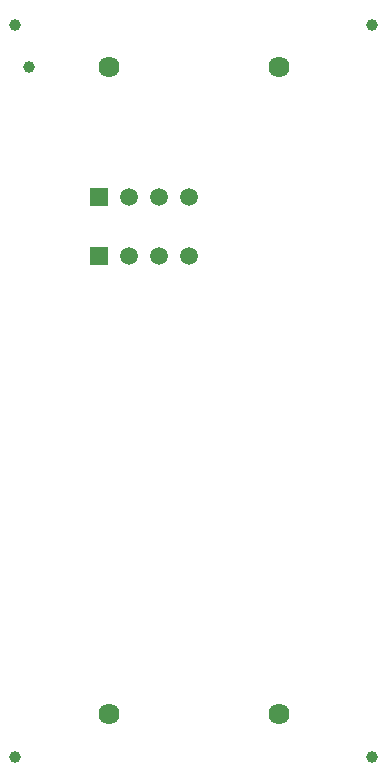
<source format=gbr>
%TF.GenerationSoftware,Altium Limited,Altium Designer,21.1.0 (24)*%
G04 Layer_Color=255*
%FSLAX45Y45*%
%MOMM*%
%TF.SameCoordinates,49BA872B-5DCF-458F-AF9B-1BC46ABFEFE7*%
%TF.FilePolarity,Positive*%
%TF.FileFunction,Pads,Bot*%
%TF.Part,Single*%
G01*
G75*
%TA.AperFunction,WasherPad*%
%ADD18C,0.99000*%
%TA.AperFunction,ComponentPad*%
%ADD19C,1.78500*%
%ADD20C,0.99000*%
%ADD21C,1.50000*%
%ADD22R,1.50000X1.50000*%
D18*
X584200Y101600D02*
D03*
X3606800D02*
D03*
Y6299200D02*
D03*
X584200D02*
D03*
D19*
X1375835Y5943776D02*
D03*
X2817839D02*
D03*
Y457773D02*
D03*
X1375835D02*
D03*
D20*
X702837Y5943776D02*
D03*
D21*
X2057398Y4343398D02*
D03*
X1803398D02*
D03*
X1549398D02*
D03*
X2057404Y4838704D02*
D03*
X1803404D02*
D03*
X1549404D02*
D03*
D22*
X1295398Y4343398D02*
D03*
X1295404Y4838704D02*
D03*
%TF.MD5,2b2b0ebf4963fbb6b9b555a1443b7b41*%
M02*

</source>
